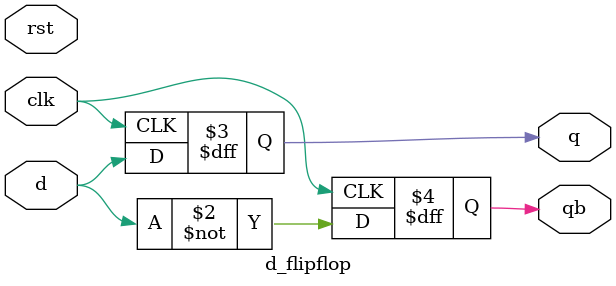
<source format=v>
`timescale 1ns / 1ps

module d_flipflop(input d,clk,rst,
                  output reg q,qb);
                  
    always @(posedge clk)
    begin
        q=d;
        qb=~d;
        end
                  
endmodule
</source>
